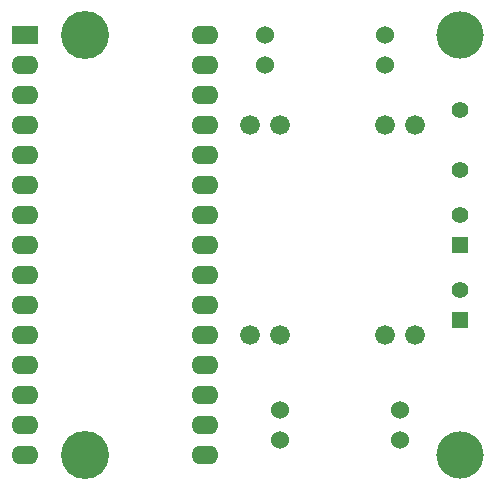
<source format=gbs>
G04 (created by PCBNEW (2013-jul-07)-stable) date Sun 31 May 2015 11:01:27 BST*
%MOIN*%
G04 Gerber Fmt 3.4, Leading zero omitted, Abs format*
%FSLAX34Y34*%
G01*
G70*
G90*
G04 APERTURE LIST*
%ADD10C,0.00590551*%
%ADD11C,0.06*%
%ADD12C,0.066*%
%ADD13C,0.055*%
%ADD14R,0.055X0.055*%
%ADD15R,0.09X0.062*%
%ADD16O,0.09X0.062*%
%ADD17C,0.15748*%
%ADD18C,0.16*%
G04 APERTURE END LIST*
G54D10*
G54D11*
X75000Y-60000D03*
X71000Y-60000D03*
X75000Y-59000D03*
X71000Y-59000D03*
X75500Y-71500D03*
X71500Y-71500D03*
X75500Y-72500D03*
X71500Y-72500D03*
G54D12*
X71500Y-62000D03*
X70500Y-62000D03*
X76000Y-62000D03*
X75000Y-62000D03*
X76000Y-69000D03*
X75000Y-69000D03*
X71500Y-69000D03*
X70500Y-69000D03*
G54D13*
X77500Y-61500D03*
X77500Y-63500D03*
G54D14*
X77500Y-68500D03*
G54D13*
X77500Y-67500D03*
G54D14*
X77500Y-66000D03*
G54D13*
X77500Y-65000D03*
G54D15*
X63000Y-59000D03*
G54D16*
X63000Y-60000D03*
X63000Y-61000D03*
X63000Y-62000D03*
X63000Y-63000D03*
X63000Y-64000D03*
X63000Y-65000D03*
X63000Y-66000D03*
X63000Y-67000D03*
X63000Y-68000D03*
X63000Y-69000D03*
X63000Y-70000D03*
X63000Y-71000D03*
X63000Y-72000D03*
X63000Y-73000D03*
X69000Y-73000D03*
X69000Y-72000D03*
X69000Y-71000D03*
X69000Y-70000D03*
X69000Y-69000D03*
X69000Y-68000D03*
X69000Y-67000D03*
X69000Y-66000D03*
X69000Y-65000D03*
X69000Y-64000D03*
X69000Y-63000D03*
X69000Y-62000D03*
X69000Y-61000D03*
X69000Y-60000D03*
X69000Y-59000D03*
G54D17*
X77500Y-73000D03*
X77500Y-59000D03*
G54D18*
X65000Y-59000D03*
X65000Y-73000D03*
M02*

</source>
